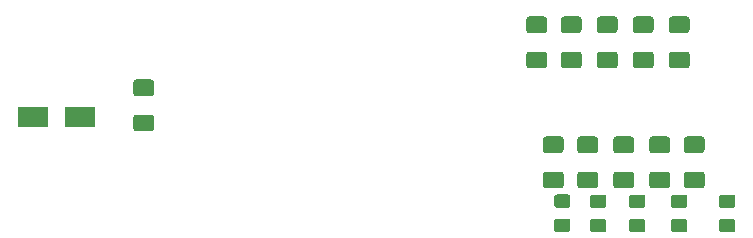
<source format=gbr>
G04 #@! TF.GenerationSoftware,KiCad,Pcbnew,(5.1.6)-1*
G04 #@! TF.CreationDate,2020-11-26T12:39:26+11:00*
G04 #@! TF.ProjectId,HardFault-Interpose-V0,48617264-4661-4756-9c74-2d496e746572,rev?*
G04 #@! TF.SameCoordinates,Original*
G04 #@! TF.FileFunction,Paste,Bot*
G04 #@! TF.FilePolarity,Positive*
%FSLAX46Y46*%
G04 Gerber Fmt 4.6, Leading zero omitted, Abs format (unit mm)*
G04 Created by KiCad (PCBNEW (5.1.6)-1) date 2020-11-26 12:39:26*
%MOMM*%
%LPD*%
G01*
G04 APERTURE LIST*
%ADD10R,2.500000X1.800000*%
G04 APERTURE END LIST*
G36*
G01*
X149409999Y-86810000D02*
X150310001Y-86810000D01*
G75*
G02*
X150560000Y-87059999I0J-249999D01*
G01*
X150560000Y-87710001D01*
G75*
G02*
X150310001Y-87960000I-249999J0D01*
G01*
X149409999Y-87960000D01*
G75*
G02*
X149160000Y-87710001I0J249999D01*
G01*
X149160000Y-87059999D01*
G75*
G02*
X149409999Y-86810000I249999J0D01*
G01*
G37*
G36*
G01*
X149409999Y-84760000D02*
X150310001Y-84760000D01*
G75*
G02*
X150560000Y-85009999I0J-249999D01*
G01*
X150560000Y-85660001D01*
G75*
G02*
X150310001Y-85910000I-249999J0D01*
G01*
X149409999Y-85910000D01*
G75*
G02*
X149160000Y-85660001I0J249999D01*
G01*
X149160000Y-85009999D01*
G75*
G02*
X149409999Y-84760000I249999J0D01*
G01*
G37*
G36*
G01*
X145345999Y-86810000D02*
X146246001Y-86810000D01*
G75*
G02*
X146496000Y-87059999I0J-249999D01*
G01*
X146496000Y-87710001D01*
G75*
G02*
X146246001Y-87960000I-249999J0D01*
G01*
X145345999Y-87960000D01*
G75*
G02*
X145096000Y-87710001I0J249999D01*
G01*
X145096000Y-87059999D01*
G75*
G02*
X145345999Y-86810000I249999J0D01*
G01*
G37*
G36*
G01*
X145345999Y-84760000D02*
X146246001Y-84760000D01*
G75*
G02*
X146496000Y-85009999I0J-249999D01*
G01*
X146496000Y-85660001D01*
G75*
G02*
X146246001Y-85910000I-249999J0D01*
G01*
X145345999Y-85910000D01*
G75*
G02*
X145096000Y-85660001I0J249999D01*
G01*
X145096000Y-85009999D01*
G75*
G02*
X145345999Y-84760000I249999J0D01*
G01*
G37*
G36*
G01*
X141789999Y-84760000D02*
X142690001Y-84760000D01*
G75*
G02*
X142940000Y-85009999I0J-249999D01*
G01*
X142940000Y-85660001D01*
G75*
G02*
X142690001Y-85910000I-249999J0D01*
G01*
X141789999Y-85910000D01*
G75*
G02*
X141540000Y-85660001I0J249999D01*
G01*
X141540000Y-85009999D01*
G75*
G02*
X141789999Y-84760000I249999J0D01*
G01*
G37*
G36*
G01*
X141789999Y-86810000D02*
X142690001Y-86810000D01*
G75*
G02*
X142940000Y-87059999I0J-249999D01*
G01*
X142940000Y-87710001D01*
G75*
G02*
X142690001Y-87960000I-249999J0D01*
G01*
X141789999Y-87960000D01*
G75*
G02*
X141540000Y-87710001I0J249999D01*
G01*
X141540000Y-87059999D01*
G75*
G02*
X141789999Y-86810000I249999J0D01*
G01*
G37*
G36*
G01*
X138487999Y-84760000D02*
X139388001Y-84760000D01*
G75*
G02*
X139638000Y-85009999I0J-249999D01*
G01*
X139638000Y-85660001D01*
G75*
G02*
X139388001Y-85910000I-249999J0D01*
G01*
X138487999Y-85910000D01*
G75*
G02*
X138238000Y-85660001I0J249999D01*
G01*
X138238000Y-85009999D01*
G75*
G02*
X138487999Y-84760000I249999J0D01*
G01*
G37*
G36*
G01*
X138487999Y-86810000D02*
X139388001Y-86810000D01*
G75*
G02*
X139638000Y-87059999I0J-249999D01*
G01*
X139638000Y-87710001D01*
G75*
G02*
X139388001Y-87960000I-249999J0D01*
G01*
X138487999Y-87960000D01*
G75*
G02*
X138238000Y-87710001I0J249999D01*
G01*
X138238000Y-87059999D01*
G75*
G02*
X138487999Y-86810000I249999J0D01*
G01*
G37*
G36*
G01*
X135439999Y-84751000D02*
X136340001Y-84751000D01*
G75*
G02*
X136590000Y-85000999I0J-249999D01*
G01*
X136590000Y-85651001D01*
G75*
G02*
X136340001Y-85901000I-249999J0D01*
G01*
X135439999Y-85901000D01*
G75*
G02*
X135190000Y-85651001I0J249999D01*
G01*
X135190000Y-85000999D01*
G75*
G02*
X135439999Y-84751000I249999J0D01*
G01*
G37*
G36*
G01*
X135439999Y-86801000D02*
X136340001Y-86801000D01*
G75*
G02*
X136590000Y-87050999I0J-249999D01*
G01*
X136590000Y-87701001D01*
G75*
G02*
X136340001Y-87951000I-249999J0D01*
G01*
X135439999Y-87951000D01*
G75*
G02*
X135190000Y-87701001I0J249999D01*
G01*
X135190000Y-87050999D01*
G75*
G02*
X135439999Y-86801000I249999J0D01*
G01*
G37*
D10*
X91059000Y-78232000D03*
X95059000Y-78232000D03*
G36*
G01*
X146441000Y-79842000D02*
X147691000Y-79842000D01*
G75*
G02*
X147941000Y-80092000I0J-250000D01*
G01*
X147941000Y-81017000D01*
G75*
G02*
X147691000Y-81267000I-250000J0D01*
G01*
X146441000Y-81267000D01*
G75*
G02*
X146191000Y-81017000I0J250000D01*
G01*
X146191000Y-80092000D01*
G75*
G02*
X146441000Y-79842000I250000J0D01*
G01*
G37*
G36*
G01*
X146441000Y-82817000D02*
X147691000Y-82817000D01*
G75*
G02*
X147941000Y-83067000I0J-250000D01*
G01*
X147941000Y-83992000D01*
G75*
G02*
X147691000Y-84242000I-250000J0D01*
G01*
X146441000Y-84242000D01*
G75*
G02*
X146191000Y-83992000I0J250000D01*
G01*
X146191000Y-83067000D01*
G75*
G02*
X146441000Y-82817000I250000J0D01*
G01*
G37*
G36*
G01*
X143520000Y-79842000D02*
X144770000Y-79842000D01*
G75*
G02*
X145020000Y-80092000I0J-250000D01*
G01*
X145020000Y-81017000D01*
G75*
G02*
X144770000Y-81267000I-250000J0D01*
G01*
X143520000Y-81267000D01*
G75*
G02*
X143270000Y-81017000I0J250000D01*
G01*
X143270000Y-80092000D01*
G75*
G02*
X143520000Y-79842000I250000J0D01*
G01*
G37*
G36*
G01*
X143520000Y-82817000D02*
X144770000Y-82817000D01*
G75*
G02*
X145020000Y-83067000I0J-250000D01*
G01*
X145020000Y-83992000D01*
G75*
G02*
X144770000Y-84242000I-250000J0D01*
G01*
X143520000Y-84242000D01*
G75*
G02*
X143270000Y-83992000I0J250000D01*
G01*
X143270000Y-83067000D01*
G75*
G02*
X143520000Y-82817000I250000J0D01*
G01*
G37*
G36*
G01*
X140472000Y-79842000D02*
X141722000Y-79842000D01*
G75*
G02*
X141972000Y-80092000I0J-250000D01*
G01*
X141972000Y-81017000D01*
G75*
G02*
X141722000Y-81267000I-250000J0D01*
G01*
X140472000Y-81267000D01*
G75*
G02*
X140222000Y-81017000I0J250000D01*
G01*
X140222000Y-80092000D01*
G75*
G02*
X140472000Y-79842000I250000J0D01*
G01*
G37*
G36*
G01*
X140472000Y-82817000D02*
X141722000Y-82817000D01*
G75*
G02*
X141972000Y-83067000I0J-250000D01*
G01*
X141972000Y-83992000D01*
G75*
G02*
X141722000Y-84242000I-250000J0D01*
G01*
X140472000Y-84242000D01*
G75*
G02*
X140222000Y-83992000I0J250000D01*
G01*
X140222000Y-83067000D01*
G75*
G02*
X140472000Y-82817000I250000J0D01*
G01*
G37*
G36*
G01*
X137424000Y-82817000D02*
X138674000Y-82817000D01*
G75*
G02*
X138924000Y-83067000I0J-250000D01*
G01*
X138924000Y-83992000D01*
G75*
G02*
X138674000Y-84242000I-250000J0D01*
G01*
X137424000Y-84242000D01*
G75*
G02*
X137174000Y-83992000I0J250000D01*
G01*
X137174000Y-83067000D01*
G75*
G02*
X137424000Y-82817000I250000J0D01*
G01*
G37*
G36*
G01*
X137424000Y-79842000D02*
X138674000Y-79842000D01*
G75*
G02*
X138924000Y-80092000I0J-250000D01*
G01*
X138924000Y-81017000D01*
G75*
G02*
X138674000Y-81267000I-250000J0D01*
G01*
X137424000Y-81267000D01*
G75*
G02*
X137174000Y-81017000I0J250000D01*
G01*
X137174000Y-80092000D01*
G75*
G02*
X137424000Y-79842000I250000J0D01*
G01*
G37*
G36*
G01*
X134503000Y-79842000D02*
X135753000Y-79842000D01*
G75*
G02*
X136003000Y-80092000I0J-250000D01*
G01*
X136003000Y-81017000D01*
G75*
G02*
X135753000Y-81267000I-250000J0D01*
G01*
X134503000Y-81267000D01*
G75*
G02*
X134253000Y-81017000I0J250000D01*
G01*
X134253000Y-80092000D01*
G75*
G02*
X134503000Y-79842000I250000J0D01*
G01*
G37*
G36*
G01*
X134503000Y-82817000D02*
X135753000Y-82817000D01*
G75*
G02*
X136003000Y-83067000I0J-250000D01*
G01*
X136003000Y-83992000D01*
G75*
G02*
X135753000Y-84242000I-250000J0D01*
G01*
X134503000Y-84242000D01*
G75*
G02*
X134253000Y-83992000I0J250000D01*
G01*
X134253000Y-83067000D01*
G75*
G02*
X134503000Y-82817000I250000J0D01*
G01*
G37*
G36*
G01*
X99832000Y-77991000D02*
X101082000Y-77991000D01*
G75*
G02*
X101332000Y-78241000I0J-250000D01*
G01*
X101332000Y-79166000D01*
G75*
G02*
X101082000Y-79416000I-250000J0D01*
G01*
X99832000Y-79416000D01*
G75*
G02*
X99582000Y-79166000I0J250000D01*
G01*
X99582000Y-78241000D01*
G75*
G02*
X99832000Y-77991000I250000J0D01*
G01*
G37*
G36*
G01*
X99832000Y-75016000D02*
X101082000Y-75016000D01*
G75*
G02*
X101332000Y-75266000I0J-250000D01*
G01*
X101332000Y-76191000D01*
G75*
G02*
X101082000Y-76441000I-250000J0D01*
G01*
X99832000Y-76441000D01*
G75*
G02*
X99582000Y-76191000I0J250000D01*
G01*
X99582000Y-75266000D01*
G75*
G02*
X99832000Y-75016000I250000J0D01*
G01*
G37*
G36*
G01*
X145171000Y-72657000D02*
X146421000Y-72657000D01*
G75*
G02*
X146671000Y-72907000I0J-250000D01*
G01*
X146671000Y-73832000D01*
G75*
G02*
X146421000Y-74082000I-250000J0D01*
G01*
X145171000Y-74082000D01*
G75*
G02*
X144921000Y-73832000I0J250000D01*
G01*
X144921000Y-72907000D01*
G75*
G02*
X145171000Y-72657000I250000J0D01*
G01*
G37*
G36*
G01*
X145171000Y-69682000D02*
X146421000Y-69682000D01*
G75*
G02*
X146671000Y-69932000I0J-250000D01*
G01*
X146671000Y-70857000D01*
G75*
G02*
X146421000Y-71107000I-250000J0D01*
G01*
X145171000Y-71107000D01*
G75*
G02*
X144921000Y-70857000I0J250000D01*
G01*
X144921000Y-69932000D01*
G75*
G02*
X145171000Y-69682000I250000J0D01*
G01*
G37*
G36*
G01*
X142123000Y-69682000D02*
X143373000Y-69682000D01*
G75*
G02*
X143623000Y-69932000I0J-250000D01*
G01*
X143623000Y-70857000D01*
G75*
G02*
X143373000Y-71107000I-250000J0D01*
G01*
X142123000Y-71107000D01*
G75*
G02*
X141873000Y-70857000I0J250000D01*
G01*
X141873000Y-69932000D01*
G75*
G02*
X142123000Y-69682000I250000J0D01*
G01*
G37*
G36*
G01*
X142123000Y-72657000D02*
X143373000Y-72657000D01*
G75*
G02*
X143623000Y-72907000I0J-250000D01*
G01*
X143623000Y-73832000D01*
G75*
G02*
X143373000Y-74082000I-250000J0D01*
G01*
X142123000Y-74082000D01*
G75*
G02*
X141873000Y-73832000I0J250000D01*
G01*
X141873000Y-72907000D01*
G75*
G02*
X142123000Y-72657000I250000J0D01*
G01*
G37*
G36*
G01*
X139075000Y-72657000D02*
X140325000Y-72657000D01*
G75*
G02*
X140575000Y-72907000I0J-250000D01*
G01*
X140575000Y-73832000D01*
G75*
G02*
X140325000Y-74082000I-250000J0D01*
G01*
X139075000Y-74082000D01*
G75*
G02*
X138825000Y-73832000I0J250000D01*
G01*
X138825000Y-72907000D01*
G75*
G02*
X139075000Y-72657000I250000J0D01*
G01*
G37*
G36*
G01*
X139075000Y-69682000D02*
X140325000Y-69682000D01*
G75*
G02*
X140575000Y-69932000I0J-250000D01*
G01*
X140575000Y-70857000D01*
G75*
G02*
X140325000Y-71107000I-250000J0D01*
G01*
X139075000Y-71107000D01*
G75*
G02*
X138825000Y-70857000I0J250000D01*
G01*
X138825000Y-69932000D01*
G75*
G02*
X139075000Y-69682000I250000J0D01*
G01*
G37*
G36*
G01*
X136027000Y-69682000D02*
X137277000Y-69682000D01*
G75*
G02*
X137527000Y-69932000I0J-250000D01*
G01*
X137527000Y-70857000D01*
G75*
G02*
X137277000Y-71107000I-250000J0D01*
G01*
X136027000Y-71107000D01*
G75*
G02*
X135777000Y-70857000I0J250000D01*
G01*
X135777000Y-69932000D01*
G75*
G02*
X136027000Y-69682000I250000J0D01*
G01*
G37*
G36*
G01*
X136027000Y-72657000D02*
X137277000Y-72657000D01*
G75*
G02*
X137527000Y-72907000I0J-250000D01*
G01*
X137527000Y-73832000D01*
G75*
G02*
X137277000Y-74082000I-250000J0D01*
G01*
X136027000Y-74082000D01*
G75*
G02*
X135777000Y-73832000I0J250000D01*
G01*
X135777000Y-72907000D01*
G75*
G02*
X136027000Y-72657000I250000J0D01*
G01*
G37*
G36*
G01*
X133106000Y-72657000D02*
X134356000Y-72657000D01*
G75*
G02*
X134606000Y-72907000I0J-250000D01*
G01*
X134606000Y-73832000D01*
G75*
G02*
X134356000Y-74082000I-250000J0D01*
G01*
X133106000Y-74082000D01*
G75*
G02*
X132856000Y-73832000I0J250000D01*
G01*
X132856000Y-72907000D01*
G75*
G02*
X133106000Y-72657000I250000J0D01*
G01*
G37*
G36*
G01*
X133106000Y-69682000D02*
X134356000Y-69682000D01*
G75*
G02*
X134606000Y-69932000I0J-250000D01*
G01*
X134606000Y-70857000D01*
G75*
G02*
X134356000Y-71107000I-250000J0D01*
G01*
X133106000Y-71107000D01*
G75*
G02*
X132856000Y-70857000I0J250000D01*
G01*
X132856000Y-69932000D01*
G75*
G02*
X133106000Y-69682000I250000J0D01*
G01*
G37*
M02*

</source>
